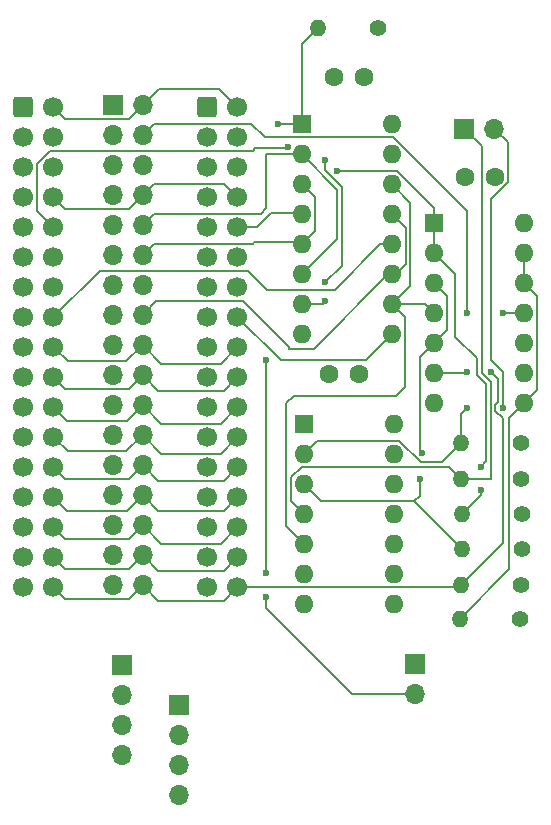
<source format=gtl>
G04 #@! TF.GenerationSoftware,KiCad,Pcbnew,8.0.4*
G04 #@! TF.CreationDate,2024-09-09T13:58:12+01:00*
G04 #@! TF.ProjectId,Amiga_internal_floppy_adapter,416d6967-615f-4696-9e74-65726e616c5f,1.0*
G04 #@! TF.SameCoordinates,Original*
G04 #@! TF.FileFunction,Copper,L1,Top*
G04 #@! TF.FilePolarity,Positive*
%FSLAX46Y46*%
G04 Gerber Fmt 4.6, Leading zero omitted, Abs format (unit mm)*
G04 Created by KiCad (PCBNEW 8.0.4) date 2024-09-09 13:58:12*
%MOMM*%
%LPD*%
G01*
G04 APERTURE LIST*
G04 Aperture macros list*
%AMRoundRect*
0 Rectangle with rounded corners*
0 $1 Rounding radius*
0 $2 $3 $4 $5 $6 $7 $8 $9 X,Y pos of 4 corners*
0 Add a 4 corners polygon primitive as box body*
4,1,4,$2,$3,$4,$5,$6,$7,$8,$9,$2,$3,0*
0 Add four circle primitives for the rounded corners*
1,1,$1+$1,$2,$3*
1,1,$1+$1,$4,$5*
1,1,$1+$1,$6,$7*
1,1,$1+$1,$8,$9*
0 Add four rect primitives between the rounded corners*
20,1,$1+$1,$2,$3,$4,$5,0*
20,1,$1+$1,$4,$5,$6,$7,0*
20,1,$1+$1,$6,$7,$8,$9,0*
20,1,$1+$1,$8,$9,$2,$3,0*%
G04 Aperture macros list end*
G04 #@! TA.AperFunction,ComponentPad*
%ADD10C,1.400000*%
G04 #@! TD*
G04 #@! TA.AperFunction,ComponentPad*
%ADD11O,1.400000X1.400000*%
G04 #@! TD*
G04 #@! TA.AperFunction,ComponentPad*
%ADD12C,1.600000*%
G04 #@! TD*
G04 #@! TA.AperFunction,ComponentPad*
%ADD13R,1.600000X1.600000*%
G04 #@! TD*
G04 #@! TA.AperFunction,ComponentPad*
%ADD14O,1.600000X1.600000*%
G04 #@! TD*
G04 #@! TA.AperFunction,ComponentPad*
%ADD15RoundRect,0.250000X-0.600000X-0.600000X0.600000X-0.600000X0.600000X0.600000X-0.600000X0.600000X0*%
G04 #@! TD*
G04 #@! TA.AperFunction,ComponentPad*
%ADD16C,1.700000*%
G04 #@! TD*
G04 #@! TA.AperFunction,ComponentPad*
%ADD17R,1.700000X1.700000*%
G04 #@! TD*
G04 #@! TA.AperFunction,ComponentPad*
%ADD18O,1.700000X1.700000*%
G04 #@! TD*
G04 #@! TA.AperFunction,ViaPad*
%ADD19C,0.600000*%
G04 #@! TD*
G04 #@! TA.AperFunction,Conductor*
%ADD20C,0.200000*%
G04 #@! TD*
G04 APERTURE END LIST*
D10*
X109540000Y-104000000D03*
D11*
X104460000Y-104000000D03*
D12*
X95820000Y-98155000D03*
X93320000Y-98155000D03*
D10*
X109540000Y-107000000D03*
D11*
X104460000Y-107000000D03*
D12*
X93740341Y-72960682D03*
X96240341Y-72960682D03*
D10*
X109440833Y-118859662D03*
D11*
X104360833Y-118859662D03*
D12*
X107330000Y-81450000D03*
X104830000Y-81450000D03*
D10*
X97447645Y-68864709D03*
D11*
X92367645Y-68864709D03*
D13*
X91000000Y-77000000D03*
D14*
X91000000Y-79540000D03*
X91000000Y-82080000D03*
X91000000Y-84620000D03*
X91000000Y-87160000D03*
X91000000Y-89700000D03*
X91000000Y-92240000D03*
X91000000Y-94780000D03*
X98620000Y-94780000D03*
X98620000Y-92240000D03*
X98620000Y-89700000D03*
X98620000Y-87160000D03*
X98620000Y-84620000D03*
X98620000Y-82080000D03*
X98620000Y-79540000D03*
X98620000Y-77000000D03*
D15*
X83000000Y-75550000D03*
D16*
X85540000Y-75550000D03*
X83000000Y-78090000D03*
X85540000Y-78090000D03*
X83000000Y-80630000D03*
X85540000Y-80630000D03*
X83000000Y-83170000D03*
X85540000Y-83170000D03*
X83000000Y-85710000D03*
X85540000Y-85710000D03*
X83000000Y-88250000D03*
X85540000Y-88250000D03*
X83000000Y-90790000D03*
X85540000Y-90790000D03*
X83000000Y-93330000D03*
X85540000Y-93330000D03*
X83000000Y-95870000D03*
X85540000Y-95870000D03*
X83000000Y-98410000D03*
X85540000Y-98410000D03*
X83000000Y-100950000D03*
X85540000Y-100950000D03*
X83000000Y-103490000D03*
X85540000Y-103490000D03*
X83000000Y-106030000D03*
X85540000Y-106030000D03*
X83000000Y-108570000D03*
X85540000Y-108570000D03*
X83000000Y-111110000D03*
X85540000Y-111110000D03*
X83000000Y-113650000D03*
X85540000Y-113650000D03*
X83000000Y-116190000D03*
X85540000Y-116190000D03*
D13*
X102200000Y-85375000D03*
D14*
X102200000Y-87915000D03*
X102200000Y-90455000D03*
X102200000Y-92995000D03*
X102200000Y-95535000D03*
X102200000Y-98075000D03*
X102200000Y-100615000D03*
X109820000Y-100615000D03*
X109820000Y-98075000D03*
X109820000Y-95535000D03*
X109820000Y-92995000D03*
X109820000Y-90455000D03*
X109820000Y-87915000D03*
X109820000Y-85375000D03*
D10*
X109540000Y-116000000D03*
D11*
X104460000Y-116000000D03*
D17*
X104725000Y-77375000D03*
D18*
X107265000Y-77375000D03*
D10*
X109620000Y-110000000D03*
D11*
X104540000Y-110000000D03*
D13*
X91200000Y-102375000D03*
D14*
X91200000Y-104915000D03*
X91200000Y-107455000D03*
X91200000Y-109995000D03*
X91200000Y-112535000D03*
X91200000Y-115075000D03*
X91200000Y-117615000D03*
X98820000Y-117615000D03*
X98820000Y-115075000D03*
X98820000Y-112535000D03*
X98820000Y-109995000D03*
X98820000Y-107455000D03*
X98820000Y-104915000D03*
X98820000Y-102375000D03*
D17*
X100625000Y-122725000D03*
D18*
X100625000Y-125265000D03*
D15*
X67415000Y-75550000D03*
D16*
X69955000Y-75550000D03*
X67415000Y-78090000D03*
X69955000Y-78090000D03*
X67415000Y-80630000D03*
X69955000Y-80630000D03*
X67415000Y-83170000D03*
X69955000Y-83170000D03*
X67415000Y-85710000D03*
X69955000Y-85710000D03*
X67415000Y-88250000D03*
X69955000Y-88250000D03*
X67415000Y-90790000D03*
X69955000Y-90790000D03*
X67415000Y-93330000D03*
X69955000Y-93330000D03*
X67415000Y-95870000D03*
X69955000Y-95870000D03*
X67415000Y-98410000D03*
X69955000Y-98410000D03*
X67415000Y-100950000D03*
X69955000Y-100950000D03*
X67415000Y-103490000D03*
X69955000Y-103490000D03*
X67415000Y-106030000D03*
X69955000Y-106030000D03*
X67415000Y-108570000D03*
X69955000Y-108570000D03*
X67415000Y-111110000D03*
X69955000Y-111110000D03*
X67415000Y-113650000D03*
X69955000Y-113650000D03*
X67415000Y-116190000D03*
X69955000Y-116190000D03*
D17*
X80625000Y-126200000D03*
D18*
X80625000Y-128740000D03*
X80625000Y-131280000D03*
X80625000Y-133820000D03*
D10*
X109685004Y-112958867D03*
D11*
X104605004Y-112958867D03*
D17*
X75000000Y-75380000D03*
D18*
X77540000Y-75380000D03*
X75000000Y-77920000D03*
X77540000Y-77920000D03*
X75000000Y-80460000D03*
X77540000Y-80460000D03*
X75000000Y-83000000D03*
X77540000Y-83000000D03*
X75000000Y-85540000D03*
X77540000Y-85540000D03*
X75000000Y-88080000D03*
X77540000Y-88080000D03*
X75000000Y-90620000D03*
X77540000Y-90620000D03*
X75000000Y-93160000D03*
X77540000Y-93160000D03*
X75000000Y-95700000D03*
X77540000Y-95700000D03*
X75000000Y-98240000D03*
X77540000Y-98240000D03*
X75000000Y-100780000D03*
X77540000Y-100780000D03*
X75000000Y-103320000D03*
X77540000Y-103320000D03*
X75000000Y-105860000D03*
X77540000Y-105860000D03*
X75000000Y-108400000D03*
X77540000Y-108400000D03*
X75000000Y-110940000D03*
X77540000Y-110940000D03*
X75000000Y-113480000D03*
X77540000Y-113480000D03*
X75000000Y-116020000D03*
X77540000Y-116020000D03*
D17*
X75750000Y-122770000D03*
D18*
X75750000Y-125310000D03*
X75750000Y-127850000D03*
X75750000Y-130390000D03*
D19*
X93000000Y-90400000D03*
X93000000Y-80000000D03*
X93000000Y-92000000D03*
X89856121Y-78922305D03*
X108000000Y-101000000D03*
X105000000Y-101000000D03*
X107000000Y-98000000D03*
X105000000Y-98000000D03*
X101154582Y-104845418D03*
X101000000Y-107000000D03*
X94000000Y-81000000D03*
X106154265Y-106000000D03*
X106154265Y-108000000D03*
X108000000Y-93000000D03*
X105000000Y-93000000D03*
X89000000Y-77000000D03*
X88000000Y-117000000D03*
X88000000Y-115000000D03*
X88000000Y-97000000D03*
D20*
X94400000Y-89000000D02*
X93000000Y-90400000D01*
X86840000Y-79240000D02*
X87080000Y-79000000D01*
X69718654Y-79240000D02*
X86840000Y-79240000D01*
X89933816Y-79000000D02*
X89856121Y-78922305D01*
X68565000Y-84320000D02*
X68565000Y-80393654D01*
X68565000Y-80393654D02*
X69718654Y-79240000D01*
X93000000Y-92000000D02*
X92760000Y-92240000D01*
X90000000Y-79000000D02*
X89933816Y-79000000D01*
X69955000Y-85710000D02*
X68565000Y-84320000D01*
X93000000Y-80895635D02*
X94400000Y-82295635D01*
X87080000Y-79000000D02*
X90000000Y-79000000D01*
X93000000Y-80000000D02*
X93000000Y-80895635D01*
X92760000Y-92240000D02*
X91000000Y-92240000D01*
X94400000Y-82295635D02*
X94400000Y-89000000D01*
X70935000Y-114630000D02*
X76390000Y-114630000D01*
X76390000Y-114630000D02*
X77540000Y-113480000D01*
X78860000Y-114800000D02*
X84390000Y-114800000D01*
X77540000Y-113480000D02*
X78860000Y-114800000D01*
X69955000Y-113650000D02*
X70935000Y-114630000D01*
X84390000Y-114800000D02*
X85540000Y-113650000D01*
X104460000Y-101540000D02*
X104460000Y-104000000D01*
X91200000Y-104915000D02*
X92300000Y-103815000D01*
X107000000Y-83335635D02*
X108430000Y-81905635D01*
X102845000Y-105615000D02*
X104460000Y-104000000D01*
X108430000Y-81905635D02*
X108430000Y-78540000D01*
X101075635Y-105615000D02*
X102845000Y-105615000D01*
X92300000Y-103815000D02*
X99275635Y-103815000D01*
X107000000Y-97000000D02*
X107000000Y-83335635D01*
X108000000Y-98000000D02*
X107000000Y-97000000D01*
X99275635Y-103815000D02*
X101075635Y-105615000D01*
X108000000Y-101000000D02*
X108000000Y-98000000D01*
X105000000Y-101000000D02*
X104460000Y-101540000D01*
X108430000Y-78540000D02*
X107265000Y-77375000D01*
X105000000Y-98000000D02*
X104925000Y-98075000D01*
X108000000Y-112460000D02*
X104460000Y-116000000D01*
X104460000Y-116000000D02*
X104000000Y-116000000D01*
X69955000Y-116190000D02*
X70935000Y-117170000D01*
X84390000Y-117340000D02*
X85540000Y-116190000D01*
X76390000Y-117170000D02*
X77540000Y-116020000D01*
X77540000Y-116020000D02*
X78860000Y-117340000D01*
X107400000Y-100751471D02*
X107400000Y-101248529D01*
X107400000Y-101248529D02*
X108000000Y-101848529D01*
X107600000Y-98600000D02*
X107600000Y-100551471D01*
X104925000Y-98075000D02*
X102200000Y-98075000D01*
X108000000Y-101848529D02*
X108000000Y-112460000D01*
X70935000Y-117170000D02*
X76390000Y-117170000D01*
X107000000Y-98000000D02*
X107600000Y-98600000D01*
X104270000Y-116190000D02*
X85540000Y-116190000D01*
X78860000Y-117340000D02*
X84390000Y-117340000D01*
X107600000Y-100551471D02*
X107400000Y-100751471D01*
X104460000Y-116000000D02*
X104270000Y-116190000D01*
X102200000Y-90455000D02*
X103300000Y-91555000D01*
X101000000Y-104690836D02*
X101000000Y-96735000D01*
X101154582Y-104845418D02*
X101000000Y-104690836D01*
X101000000Y-107000000D02*
X101000000Y-108436137D01*
X91200000Y-107455000D02*
X92640000Y-108895000D01*
X103300000Y-94435000D02*
X102200000Y-95535000D01*
X101000000Y-96735000D02*
X102200000Y-95535000D01*
X101000000Y-108436137D02*
X100541137Y-108895000D01*
X103300000Y-91555000D02*
X103300000Y-94435000D01*
X100541137Y-108895000D02*
X104605004Y-112958867D01*
X92640000Y-108895000D02*
X100541137Y-108895000D01*
X79100000Y-102340000D02*
X84150000Y-102340000D01*
X84150000Y-102340000D02*
X85540000Y-100950000D01*
X71105000Y-102100000D02*
X76220000Y-102100000D01*
X69955000Y-100950000D02*
X71105000Y-102100000D01*
X77540000Y-100780000D02*
X79100000Y-102340000D01*
X76220000Y-102100000D02*
X77540000Y-100780000D01*
X78920000Y-74000000D02*
X83990000Y-74000000D01*
X83990000Y-74000000D02*
X85540000Y-75550000D01*
X70935000Y-76530000D02*
X76390000Y-76530000D01*
X76390000Y-76530000D02*
X77540000Y-75380000D01*
X77540000Y-75380000D02*
X78920000Y-74000000D01*
X69955000Y-75550000D02*
X70935000Y-76530000D01*
X79100000Y-97260000D02*
X84150000Y-97260000D01*
X76150000Y-97090000D02*
X77540000Y-95700000D01*
X69955000Y-95870000D02*
X71175000Y-97090000D01*
X77540000Y-95700000D02*
X79100000Y-97260000D01*
X84150000Y-97260000D02*
X85540000Y-95870000D01*
X71175000Y-97090000D02*
X76150000Y-97090000D01*
X84390000Y-109720000D02*
X85540000Y-108570000D01*
X71105000Y-109720000D02*
X76220000Y-109720000D01*
X77540000Y-108400000D02*
X78860000Y-109720000D01*
X69955000Y-108570000D02*
X71105000Y-109720000D01*
X76220000Y-109720000D02*
X77540000Y-108400000D01*
X78860000Y-109720000D02*
X84390000Y-109720000D01*
X71175000Y-104710000D02*
X76150000Y-104710000D01*
X69955000Y-103490000D02*
X71175000Y-104710000D01*
X79100000Y-104880000D02*
X84150000Y-104880000D01*
X84150000Y-104880000D02*
X85540000Y-103490000D01*
X76150000Y-104710000D02*
X77540000Y-103320000D01*
X77540000Y-103320000D02*
X79100000Y-104880000D01*
X78860000Y-99560000D02*
X84390000Y-99560000D01*
X84390000Y-99560000D02*
X85540000Y-98410000D01*
X70935000Y-99390000D02*
X76390000Y-99390000D01*
X69955000Y-98410000D02*
X70935000Y-99390000D01*
X76390000Y-99390000D02*
X77540000Y-98240000D01*
X77540000Y-98240000D02*
X78860000Y-99560000D01*
X69955000Y-106030000D02*
X70935000Y-107010000D01*
X78860000Y-107180000D02*
X84390000Y-107180000D01*
X77540000Y-105860000D02*
X78860000Y-107180000D01*
X84390000Y-107180000D02*
X85540000Y-106030000D01*
X76390000Y-107010000D02*
X77540000Y-105860000D01*
X70935000Y-107010000D02*
X76390000Y-107010000D01*
X93780000Y-91000000D02*
X97620000Y-87160000D01*
X69955000Y-93330000D02*
X73885000Y-89400000D01*
X73885000Y-89400000D02*
X86463173Y-89400000D01*
X97620000Y-87160000D02*
X98620000Y-87160000D01*
X88063173Y-91000000D02*
X93780000Y-91000000D01*
X86463173Y-89400000D02*
X88063173Y-91000000D01*
X78520000Y-82020000D02*
X84390000Y-82020000D01*
X69955000Y-83170000D02*
X70935000Y-84150000D01*
X70935000Y-84150000D02*
X76390000Y-84150000D01*
X76390000Y-84150000D02*
X77540000Y-83000000D01*
X84390000Y-82020000D02*
X85540000Y-83170000D01*
X77540000Y-83000000D02*
X78520000Y-82020000D01*
X70935000Y-112090000D02*
X76390000Y-112090000D01*
X79100000Y-112500000D02*
X84150000Y-112500000D01*
X84150000Y-112500000D02*
X85540000Y-111110000D01*
X77540000Y-110940000D02*
X79100000Y-112500000D01*
X69955000Y-111110000D02*
X70935000Y-112090000D01*
X76390000Y-112090000D02*
X77540000Y-110940000D01*
X87000000Y-87000000D02*
X90840000Y-87000000D01*
X106600000Y-105554265D02*
X106600000Y-99014214D01*
X91000000Y-82080000D02*
X92100000Y-83180000D01*
X92100000Y-83180000D02*
X92100000Y-86060000D01*
X106154265Y-108385735D02*
X104540000Y-110000000D01*
X78520000Y-87100000D02*
X86900000Y-87100000D01*
X102200000Y-85375000D02*
X102200000Y-87915000D01*
X77540000Y-88080000D02*
X78520000Y-87100000D01*
X104000000Y-89715000D02*
X102200000Y-87915000D01*
X106154265Y-106000000D02*
X106600000Y-105554265D01*
X106600000Y-99014214D02*
X105830000Y-98244214D01*
X94000000Y-81000000D02*
X94020000Y-80980000D01*
X99075635Y-80980000D02*
X102200000Y-84104365D01*
X102200000Y-84104365D02*
X102200000Y-85375000D01*
X94020000Y-80980000D02*
X99075635Y-80980000D01*
X104000000Y-95000000D02*
X104000000Y-89715000D01*
X106154265Y-108000000D02*
X106154265Y-108385735D01*
X86900000Y-87100000D02*
X87000000Y-87000000D01*
X105830000Y-96830000D02*
X104000000Y-95000000D01*
X105830000Y-98244214D02*
X105830000Y-96830000D01*
X90840000Y-87000000D02*
X91000000Y-87160000D01*
X92100000Y-86060000D02*
X91000000Y-87160000D01*
X94000000Y-82540000D02*
X94000000Y-86700000D01*
X91000000Y-79540000D02*
X94000000Y-82540000D01*
X94000000Y-86700000D02*
X91000000Y-89700000D01*
X77540000Y-85540000D02*
X78520000Y-84560000D01*
X88000000Y-79540000D02*
X91000000Y-79540000D01*
X87560000Y-84560000D02*
X88000000Y-84120000D01*
X78520000Y-84560000D02*
X87560000Y-84560000D01*
X88000000Y-84120000D02*
X88000000Y-79540000D01*
X82523654Y-76940000D02*
X86740000Y-76940000D01*
X98735635Y-78100000D02*
X105000000Y-84364365D01*
X109815000Y-93000000D02*
X109820000Y-92995000D01*
X78460000Y-77000000D02*
X82463654Y-77000000D01*
X105000000Y-84364365D02*
X105000000Y-93000000D01*
X82463654Y-77000000D02*
X82523654Y-76940000D01*
X86740000Y-76940000D02*
X87900000Y-78100000D01*
X87900000Y-78100000D02*
X98735635Y-78100000D01*
X77540000Y-77920000D02*
X78460000Y-77000000D01*
X108000000Y-93000000D02*
X109815000Y-93000000D01*
X89900000Y-95900000D02*
X89900000Y-96000000D01*
X78700000Y-92000000D02*
X86000000Y-92000000D01*
X77540000Y-93160000D02*
X78700000Y-92000000D01*
X86000000Y-92000000D02*
X89900000Y-95900000D01*
X89900000Y-96000000D02*
X92000000Y-96000000D01*
X99800000Y-88875000D02*
X98975000Y-89700000D01*
X92000000Y-96000000D02*
X98300000Y-89700000D01*
X98620000Y-84620000D02*
X99800000Y-85800000D01*
X98975000Y-89700000D02*
X98620000Y-89700000D01*
X99800000Y-85800000D02*
X99800000Y-88875000D01*
X98300000Y-89700000D02*
X98620000Y-89700000D01*
X85540000Y-93330000D02*
X89210000Y-97000000D01*
X96400000Y-97000000D02*
X98620000Y-94780000D01*
X89210000Y-97000000D02*
X96400000Y-97000000D01*
X88400000Y-84526359D02*
X90906359Y-84526359D01*
X85540000Y-85710000D02*
X87216359Y-85710000D01*
X87216359Y-85710000D02*
X88400000Y-84526359D01*
X90906359Y-84526359D02*
X91000000Y-84620000D01*
X88000000Y-118000000D02*
X95265000Y-125265000D01*
X91000000Y-77000000D02*
X91000000Y-70232354D01*
X88000000Y-115000000D02*
X88000000Y-97000000D01*
X91000000Y-70232354D02*
X92367645Y-68864709D01*
X95265000Y-125265000D02*
X100625000Y-125265000D01*
X91000000Y-77000000D02*
X89000000Y-77000000D01*
X88000000Y-117000000D02*
X88000000Y-118000000D01*
X106230000Y-98078529D02*
X106230000Y-78880000D01*
X107000000Y-107000000D02*
X107000000Y-98848529D01*
X103475000Y-106015000D02*
X104460000Y-107000000D01*
X90100000Y-106900000D02*
X90985000Y-106015000D01*
X107000000Y-98848529D02*
X106230000Y-98078529D01*
X104460000Y-107000000D02*
X107000000Y-107000000D01*
X90985000Y-106015000D02*
X103475000Y-106015000D01*
X91200000Y-109995000D02*
X90100000Y-108895000D01*
X106230000Y-78880000D02*
X104725000Y-77375000D01*
X90100000Y-108895000D02*
X90100000Y-106900000D01*
X104360833Y-118859662D02*
X108540000Y-114680495D01*
X110920000Y-91555000D02*
X110920000Y-99515000D01*
X108540000Y-101895000D02*
X109820000Y-100615000D01*
X108540000Y-114680495D02*
X108540000Y-101895000D01*
X110920000Y-99515000D02*
X109820000Y-100615000D01*
X109820000Y-90455000D02*
X110920000Y-91555000D01*
X109820000Y-87915000D02*
X109820000Y-90455000D01*
X89700000Y-111035000D02*
X91200000Y-112535000D01*
X90327715Y-100000000D02*
X89700000Y-100627715D01*
X99000000Y-100000000D02*
X90327715Y-100000000D01*
X100200000Y-83660000D02*
X100200000Y-90660000D01*
X101445000Y-92240000D02*
X102200000Y-92995000D01*
X98620000Y-82080000D02*
X100200000Y-83660000D01*
X98620000Y-92240000D02*
X99720000Y-93340000D01*
X89700000Y-100627715D02*
X89700000Y-111035000D01*
X99720000Y-93340000D02*
X99720000Y-99280000D01*
X100200000Y-90660000D02*
X98620000Y-92240000D01*
X99720000Y-99280000D02*
X99000000Y-100000000D01*
X98620000Y-92240000D02*
X101445000Y-92240000D01*
M02*

</source>
